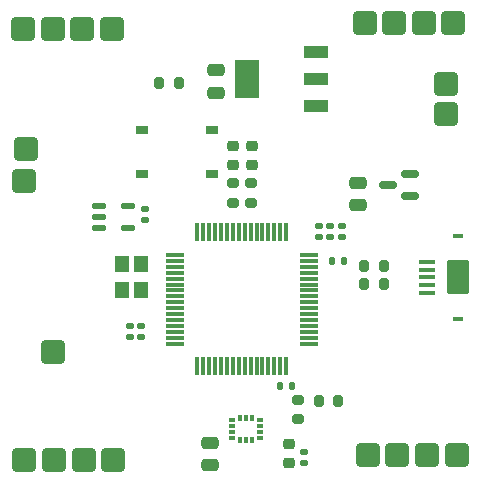
<source format=gbr>
%TF.GenerationSoftware,KiCad,Pcbnew,9.0.3*%
%TF.CreationDate,2025-08-28T18:14:41+08:00*%
%TF.ProjectId,STM_Board,53544d5f-426f-4617-9264-2e6b69636164,rev?*%
%TF.SameCoordinates,Original*%
%TF.FileFunction,Paste,Top*%
%TF.FilePolarity,Positive*%
%FSLAX46Y46*%
G04 Gerber Fmt 4.6, Leading zero omitted, Abs format (unit mm)*
G04 Created by KiCad (PCBNEW 9.0.3) date 2025-08-28 18:14:41*
%MOMM*%
%LPD*%
G01*
G04 APERTURE LIST*
G04 Aperture macros list*
%AMRoundRect*
0 Rectangle with rounded corners*
0 $1 Rounding radius*
0 $2 $3 $4 $5 $6 $7 $8 $9 X,Y pos of 4 corners*
0 Add a 4 corners polygon primitive as box body*
4,1,4,$2,$3,$4,$5,$6,$7,$8,$9,$2,$3,0*
0 Add four circle primitives for the rounded corners*
1,1,$1+$1,$2,$3*
1,1,$1+$1,$4,$5*
1,1,$1+$1,$6,$7*
1,1,$1+$1,$8,$9*
0 Add four rect primitives between the rounded corners*
20,1,$1+$1,$2,$3,$4,$5,0*
20,1,$1+$1,$4,$5,$6,$7,0*
20,1,$1+$1,$6,$7,$8,$9,0*
20,1,$1+$1,$8,$9,$2,$3,0*%
G04 Aperture macros list end*
%ADD10RoundRect,0.300000X-0.700000X0.700000X-0.700000X-0.700000X0.700000X-0.700000X0.700000X0.700000X0*%
%ADD11RoundRect,0.140000X0.170000X-0.140000X0.170000X0.140000X-0.170000X0.140000X-0.170000X-0.140000X0*%
%ADD12RoundRect,0.218750X-0.256250X0.218750X-0.256250X-0.218750X0.256250X-0.218750X0.256250X0.218750X0*%
%ADD13RoundRect,0.200000X-0.275000X0.200000X-0.275000X-0.200000X0.275000X-0.200000X0.275000X0.200000X0*%
%ADD14RoundRect,0.150000X0.587500X0.150000X-0.587500X0.150000X-0.587500X-0.150000X0.587500X-0.150000X0*%
%ADD15RoundRect,0.140000X-0.140000X-0.170000X0.140000X-0.170000X0.140000X0.170000X-0.140000X0.170000X0*%
%ADD16RoundRect,0.300000X-0.700000X-0.700000X0.700000X-0.700000X0.700000X0.700000X-0.700000X0.700000X0*%
%ADD17RoundRect,0.140000X-0.170000X0.140000X-0.170000X-0.140000X0.170000X-0.140000X0.170000X0.140000X0*%
%ADD18R,1.200000X1.400000*%
%ADD19RoundRect,0.087500X-0.207500X-0.087500X0.207500X-0.087500X0.207500X0.087500X-0.207500X0.087500X0*%
%ADD20RoundRect,0.087500X-0.087500X-0.207500X0.087500X-0.207500X0.087500X0.207500X-0.087500X0.207500X0*%
%ADD21RoundRect,0.250000X-0.475000X0.250000X-0.475000X-0.250000X0.475000X-0.250000X0.475000X0.250000X0*%
%ADD22RoundRect,0.147500X-0.457500X-0.147500X0.457500X-0.147500X0.457500X0.147500X-0.457500X0.147500X0*%
%ADD23RoundRect,0.200000X-0.200000X-0.275000X0.200000X-0.275000X0.200000X0.275000X-0.200000X0.275000X0*%
%ADD24R,1.000000X0.750000*%
%ADD25RoundRect,0.200000X0.200000X0.275000X-0.200000X0.275000X-0.200000X-0.275000X0.200000X-0.275000X0*%
%ADD26RoundRect,0.300000X0.700000X-0.700000X0.700000X0.700000X-0.700000X0.700000X-0.700000X-0.700000X0*%
%ADD27R,0.850000X0.300000*%
%ADD28RoundRect,0.100000X0.575000X-0.100000X0.575000X0.100000X-0.575000X0.100000X-0.575000X-0.100000X0*%
%ADD29RoundRect,0.250000X0.700000X-1.200000X0.700000X1.200000X-0.700000X1.200000X-0.700000X-1.200000X0*%
%ADD30R,2.150000X1.000000*%
%ADD31R,2.150000X3.250000*%
%ADD32RoundRect,0.225000X0.250000X-0.225000X0.250000X0.225000X-0.250000X0.225000X-0.250000X-0.225000X0*%
%ADD33RoundRect,0.075000X-0.700000X-0.075000X0.700000X-0.075000X0.700000X0.075000X-0.700000X0.075000X0*%
%ADD34RoundRect,0.075000X-0.075000X-0.700000X0.075000X-0.700000X0.075000X0.700000X-0.075000X0.700000X0*%
G04 APERTURE END LIST*
D10*
%TO.C,J5*%
X126950000Y-89450000D03*
X129450000Y-89450000D03*
X131950000Y-89450000D03*
X134450000Y-89450000D03*
%TD*%
D11*
%TO.C,C20*%
X150600000Y-89730000D03*
X150600000Y-88770000D03*
%TD*%
D12*
%TO.C,D2*%
X146194000Y-62912500D03*
X146194000Y-64487500D03*
%TD*%
D13*
%TO.C,R6*%
X146100000Y-66050000D03*
X146100000Y-67700000D03*
%TD*%
D14*
%TO.C,D1*%
X159600000Y-67150000D03*
X159600000Y-65250000D03*
X157725000Y-66200000D03*
%TD*%
D15*
%TO.C,C7*%
X148620000Y-83200000D03*
X149580000Y-83200000D03*
%TD*%
D16*
%TO.C,J21*%
X127050000Y-63150000D03*
%TD*%
D17*
%TO.C,C3*%
X135850000Y-78145000D03*
X135850000Y-79105000D03*
%TD*%
D18*
%TO.C,Y2*%
X136850000Y-75125000D03*
X136850000Y-72925000D03*
X135250000Y-72925000D03*
X135250000Y-75125000D03*
%TD*%
D19*
%TO.C,U4*%
X144530000Y-86115000D03*
X144530000Y-86615000D03*
X144530000Y-87115000D03*
X144530000Y-87615000D03*
D20*
X145195000Y-87780000D03*
X145695000Y-87780000D03*
X146195000Y-87780000D03*
D19*
X146860000Y-87615000D03*
X146860000Y-87115000D03*
X146860000Y-86615000D03*
X146860000Y-86115000D03*
D20*
X146195000Y-85950000D03*
X145695000Y-85950000D03*
X145195000Y-85950000D03*
%TD*%
D11*
%TO.C,C1*%
X153850000Y-70605000D03*
X153850000Y-69645000D03*
%TD*%
D21*
%TO.C,C8*%
X143195000Y-56500000D03*
X143195000Y-58400000D03*
%TD*%
D16*
%TO.C,J18*%
X162650000Y-60150000D03*
X162650000Y-57650000D03*
%TD*%
D21*
%TO.C,C22*%
X142695000Y-88000000D03*
X142695000Y-89900000D03*
%TD*%
D22*
%TO.C,U6*%
X133240000Y-67950000D03*
X133240000Y-68900000D03*
X133240000Y-69850000D03*
X135750000Y-69850000D03*
X135750000Y-67950000D03*
%TD*%
D10*
%TO.C,J3*%
X155750000Y-52450000D03*
X158250000Y-52450000D03*
X160750000Y-52450000D03*
X163250000Y-52450000D03*
%TD*%
D21*
%TO.C,CBATT1*%
X155195000Y-66000000D03*
X155195000Y-67900000D03*
%TD*%
D23*
%TO.C,R1*%
X138370000Y-57600000D03*
X140020000Y-57600000D03*
%TD*%
D24*
%TO.C,S2*%
X142862500Y-65275000D03*
X136862500Y-65275000D03*
X142862500Y-61525000D03*
X136862500Y-61525000D03*
%TD*%
D25*
%TO.C,R5*%
X153520000Y-84450000D03*
X151870000Y-84450000D03*
%TD*%
D23*
%TO.C,R2*%
X155725000Y-73075000D03*
X157375000Y-73075000D03*
%TD*%
D11*
%TO.C,C2*%
X152850000Y-70605000D03*
X152850000Y-69645000D03*
%TD*%
D26*
%TO.C,J2*%
X134350000Y-52950000D03*
X131850000Y-52950000D03*
X129350000Y-52950000D03*
X126850000Y-52950000D03*
%TD*%
D16*
%TO.C,J23*%
X126950000Y-65850000D03*
%TD*%
D17*
%TO.C,C4*%
X136850000Y-78145000D03*
X136850000Y-79105000D03*
%TD*%
D10*
%TO.C,J4*%
X156030144Y-89018728D03*
X158530144Y-89018728D03*
X161030144Y-89018728D03*
X163530144Y-89018728D03*
%TD*%
D27*
%TO.C,J1*%
X163694000Y-77500000D03*
X163694000Y-70500000D03*
D28*
X161019000Y-72700000D03*
X161019000Y-73350000D03*
X161019000Y-74000000D03*
X161019000Y-74650000D03*
X161019000Y-75300000D03*
D29*
X163694000Y-74000000D03*
%TD*%
D23*
%TO.C,R3*%
X155725000Y-74575000D03*
X157375000Y-74575000D03*
%TD*%
D30*
%TO.C,STM3V3*%
X151600000Y-59500000D03*
X151600000Y-57200000D03*
X151600000Y-54900000D03*
D31*
X145800000Y-57200000D03*
%TD*%
D15*
%TO.C,C6*%
X153025000Y-72625000D03*
X153985000Y-72625000D03*
%TD*%
D13*
%TO.C,R7*%
X144600000Y-66050000D03*
X144600000Y-67700000D03*
%TD*%
%TO.C,R4*%
X150100000Y-84375000D03*
X150100000Y-86025000D03*
%TD*%
D32*
%TO.C,C21*%
X149350000Y-89700000D03*
X149350000Y-88150000D03*
%TD*%
D33*
%TO.C,U2*%
X139675000Y-72125000D03*
X139675000Y-72625000D03*
X139675000Y-73125000D03*
X139675000Y-73625000D03*
X139675000Y-74125000D03*
X139675000Y-74625000D03*
X139675000Y-75125000D03*
X139675000Y-75625000D03*
X139675000Y-76125000D03*
X139675000Y-76625000D03*
X139675000Y-77125000D03*
X139675000Y-77625000D03*
X139675000Y-78125000D03*
X139675000Y-78625000D03*
X139675000Y-79125000D03*
X139675000Y-79625000D03*
D34*
X141600000Y-81550000D03*
X142100000Y-81550000D03*
X142600000Y-81550000D03*
X143100000Y-81550000D03*
X143600000Y-81550000D03*
X144100000Y-81550000D03*
X144600000Y-81550000D03*
X145100000Y-81550000D03*
X145600000Y-81550000D03*
X146100000Y-81550000D03*
X146600000Y-81550000D03*
X147100000Y-81550000D03*
X147600000Y-81550000D03*
X148100000Y-81550000D03*
X148600000Y-81550000D03*
X149100000Y-81550000D03*
D33*
X151025000Y-79625000D03*
X151025000Y-79125000D03*
X151025000Y-78625000D03*
X151025000Y-78125000D03*
X151025000Y-77625000D03*
X151025000Y-77125000D03*
X151025000Y-76625000D03*
X151025000Y-76125000D03*
X151025000Y-75625000D03*
X151025000Y-75125000D03*
X151025000Y-74625000D03*
X151025000Y-74125000D03*
X151025000Y-73625000D03*
X151025000Y-73125000D03*
X151025000Y-72625000D03*
X151025000Y-72125000D03*
D34*
X149100000Y-70200000D03*
X148600000Y-70200000D03*
X148100000Y-70200000D03*
X147600000Y-70200000D03*
X147100000Y-70200000D03*
X146600000Y-70200000D03*
X146100000Y-70200000D03*
X145600000Y-70200000D03*
X145100000Y-70200000D03*
X144600000Y-70200000D03*
X144100000Y-70200000D03*
X143600000Y-70200000D03*
X143100000Y-70200000D03*
X142600000Y-70200000D03*
X142100000Y-70200000D03*
X141600000Y-70200000D03*
%TD*%
D11*
%TO.C,C10*%
X137150000Y-69160000D03*
X137150000Y-68200000D03*
%TD*%
D12*
%TO.C,D3*%
X144594000Y-62912500D03*
X144594000Y-64487500D03*
%TD*%
D11*
%TO.C,C5*%
X151850000Y-70605000D03*
X151850000Y-69645000D03*
%TD*%
D16*
%TO.C,J22*%
X129350000Y-80350000D03*
%TD*%
M02*

</source>
